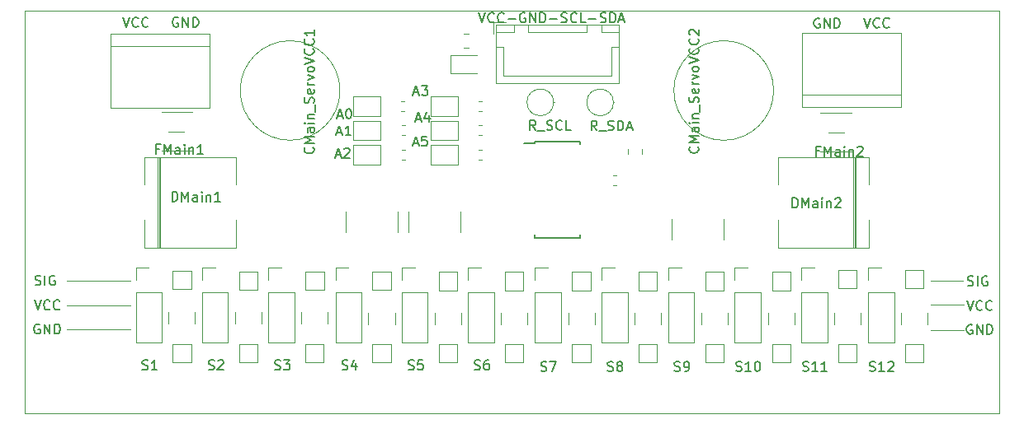
<source format=gbr>
G04 #@! TF.GenerationSoftware,KiCad,Pcbnew,(5.1.2)-2*
G04 #@! TF.CreationDate,2019-10-27T19:51:02+01:00*
G04 #@! TF.ProjectId,Servo_PCB,53657276-6f5f-4504-9342-2e6b69636164,rev?*
G04 #@! TF.SameCoordinates,Original*
G04 #@! TF.FileFunction,Legend,Top*
G04 #@! TF.FilePolarity,Positive*
%FSLAX46Y46*%
G04 Gerber Fmt 4.6, Leading zero omitted, Abs format (unit mm)*
G04 Created by KiCad (PCBNEW (5.1.2)-2) date 2019-10-27 19:51:02*
%MOMM*%
%LPD*%
G04 APERTURE LIST*
%ADD10C,0.150000*%
%ADD11C,0.120000*%
G04 APERTURE END LIST*
D10*
X96560000Y-60002380D02*
X96893333Y-61002380D01*
X97226666Y-60002380D01*
X98131428Y-60907142D02*
X98083809Y-60954761D01*
X97940952Y-61002380D01*
X97845714Y-61002380D01*
X97702857Y-60954761D01*
X97607619Y-60859523D01*
X97560000Y-60764285D01*
X97512380Y-60573809D01*
X97512380Y-60430952D01*
X97560000Y-60240476D01*
X97607619Y-60145238D01*
X97702857Y-60050000D01*
X97845714Y-60002380D01*
X97940952Y-60002380D01*
X98083809Y-60050000D01*
X98131428Y-60097619D01*
X99131428Y-60907142D02*
X99083809Y-60954761D01*
X98940952Y-61002380D01*
X98845714Y-61002380D01*
X98702857Y-60954761D01*
X98607619Y-60859523D01*
X98560000Y-60764285D01*
X98512380Y-60573809D01*
X98512380Y-60430952D01*
X98560000Y-60240476D01*
X98607619Y-60145238D01*
X98702857Y-60050000D01*
X98845714Y-60002380D01*
X98940952Y-60002380D01*
X99083809Y-60050000D01*
X99131428Y-60097619D01*
X99560000Y-60621428D02*
X100321904Y-60621428D01*
X101321904Y-60050000D02*
X101226666Y-60002380D01*
X101083809Y-60002380D01*
X100940952Y-60050000D01*
X100845714Y-60145238D01*
X100798095Y-60240476D01*
X100750476Y-60430952D01*
X100750476Y-60573809D01*
X100798095Y-60764285D01*
X100845714Y-60859523D01*
X100940952Y-60954761D01*
X101083809Y-61002380D01*
X101179047Y-61002380D01*
X101321904Y-60954761D01*
X101369523Y-60907142D01*
X101369523Y-60573809D01*
X101179047Y-60573809D01*
X101798095Y-61002380D02*
X101798095Y-60002380D01*
X102369523Y-61002380D01*
X102369523Y-60002380D01*
X102845714Y-61002380D02*
X102845714Y-60002380D01*
X103083809Y-60002380D01*
X103226666Y-60050000D01*
X103321904Y-60145238D01*
X103369523Y-60240476D01*
X103417142Y-60430952D01*
X103417142Y-60573809D01*
X103369523Y-60764285D01*
X103321904Y-60859523D01*
X103226666Y-60954761D01*
X103083809Y-61002380D01*
X102845714Y-61002380D01*
X103845714Y-60621428D02*
X104607619Y-60621428D01*
X105036190Y-60954761D02*
X105179047Y-61002380D01*
X105417142Y-61002380D01*
X105512380Y-60954761D01*
X105560000Y-60907142D01*
X105607619Y-60811904D01*
X105607619Y-60716666D01*
X105560000Y-60621428D01*
X105512380Y-60573809D01*
X105417142Y-60526190D01*
X105226666Y-60478571D01*
X105131428Y-60430952D01*
X105083809Y-60383333D01*
X105036190Y-60288095D01*
X105036190Y-60192857D01*
X105083809Y-60097619D01*
X105131428Y-60050000D01*
X105226666Y-60002380D01*
X105464761Y-60002380D01*
X105607619Y-60050000D01*
X106607619Y-60907142D02*
X106560000Y-60954761D01*
X106417142Y-61002380D01*
X106321904Y-61002380D01*
X106179047Y-60954761D01*
X106083809Y-60859523D01*
X106036190Y-60764285D01*
X105988571Y-60573809D01*
X105988571Y-60430952D01*
X106036190Y-60240476D01*
X106083809Y-60145238D01*
X106179047Y-60050000D01*
X106321904Y-60002380D01*
X106417142Y-60002380D01*
X106560000Y-60050000D01*
X106607619Y-60097619D01*
X107512380Y-61002380D02*
X107036190Y-61002380D01*
X107036190Y-60002380D01*
X107845714Y-60621428D02*
X108607619Y-60621428D01*
X109036190Y-60954761D02*
X109179047Y-61002380D01*
X109417142Y-61002380D01*
X109512380Y-60954761D01*
X109560000Y-60907142D01*
X109607619Y-60811904D01*
X109607619Y-60716666D01*
X109560000Y-60621428D01*
X109512380Y-60573809D01*
X109417142Y-60526190D01*
X109226666Y-60478571D01*
X109131428Y-60430952D01*
X109083809Y-60383333D01*
X109036190Y-60288095D01*
X109036190Y-60192857D01*
X109083809Y-60097619D01*
X109131428Y-60050000D01*
X109226666Y-60002380D01*
X109464761Y-60002380D01*
X109607619Y-60050000D01*
X110036190Y-61002380D02*
X110036190Y-60002380D01*
X110274285Y-60002380D01*
X110417142Y-60050000D01*
X110512380Y-60145238D01*
X110560000Y-60240476D01*
X110607619Y-60430952D01*
X110607619Y-60573809D01*
X110560000Y-60764285D01*
X110512380Y-60859523D01*
X110417142Y-60954761D01*
X110274285Y-61002380D01*
X110036190Y-61002380D01*
X110988571Y-60716666D02*
X111464761Y-60716666D01*
X110893333Y-61002380D02*
X111226666Y-60002380D01*
X111560000Y-61002380D01*
X65708095Y-60510000D02*
X65612857Y-60462380D01*
X65470000Y-60462380D01*
X65327142Y-60510000D01*
X65231904Y-60605238D01*
X65184285Y-60700476D01*
X65136666Y-60890952D01*
X65136666Y-61033809D01*
X65184285Y-61224285D01*
X65231904Y-61319523D01*
X65327142Y-61414761D01*
X65470000Y-61462380D01*
X65565238Y-61462380D01*
X65708095Y-61414761D01*
X65755714Y-61367142D01*
X65755714Y-61033809D01*
X65565238Y-61033809D01*
X66184285Y-61462380D02*
X66184285Y-60462380D01*
X66755714Y-61462380D01*
X66755714Y-60462380D01*
X67231904Y-61462380D02*
X67231904Y-60462380D01*
X67470000Y-60462380D01*
X67612857Y-60510000D01*
X67708095Y-60605238D01*
X67755714Y-60700476D01*
X67803333Y-60890952D01*
X67803333Y-61033809D01*
X67755714Y-61224285D01*
X67708095Y-61319523D01*
X67612857Y-61414761D01*
X67470000Y-61462380D01*
X67231904Y-61462380D01*
X60046666Y-60492380D02*
X60380000Y-61492380D01*
X60713333Y-60492380D01*
X61618095Y-61397142D02*
X61570476Y-61444761D01*
X61427619Y-61492380D01*
X61332380Y-61492380D01*
X61189523Y-61444761D01*
X61094285Y-61349523D01*
X61046666Y-61254285D01*
X60999047Y-61063809D01*
X60999047Y-60920952D01*
X61046666Y-60730476D01*
X61094285Y-60635238D01*
X61189523Y-60540000D01*
X61332380Y-60492380D01*
X61427619Y-60492380D01*
X61570476Y-60540000D01*
X61618095Y-60587619D01*
X62618095Y-61397142D02*
X62570476Y-61444761D01*
X62427619Y-61492380D01*
X62332380Y-61492380D01*
X62189523Y-61444761D01*
X62094285Y-61349523D01*
X62046666Y-61254285D01*
X61999047Y-61063809D01*
X61999047Y-60920952D01*
X62046666Y-60730476D01*
X62094285Y-60635238D01*
X62189523Y-60540000D01*
X62332380Y-60492380D01*
X62427619Y-60492380D01*
X62570476Y-60540000D01*
X62618095Y-60587619D01*
X136096666Y-60552380D02*
X136430000Y-61552380D01*
X136763333Y-60552380D01*
X137668095Y-61457142D02*
X137620476Y-61504761D01*
X137477619Y-61552380D01*
X137382380Y-61552380D01*
X137239523Y-61504761D01*
X137144285Y-61409523D01*
X137096666Y-61314285D01*
X137049047Y-61123809D01*
X137049047Y-60980952D01*
X137096666Y-60790476D01*
X137144285Y-60695238D01*
X137239523Y-60600000D01*
X137382380Y-60552380D01*
X137477619Y-60552380D01*
X137620476Y-60600000D01*
X137668095Y-60647619D01*
X138668095Y-61457142D02*
X138620476Y-61504761D01*
X138477619Y-61552380D01*
X138382380Y-61552380D01*
X138239523Y-61504761D01*
X138144285Y-61409523D01*
X138096666Y-61314285D01*
X138049047Y-61123809D01*
X138049047Y-60980952D01*
X138096666Y-60790476D01*
X138144285Y-60695238D01*
X138239523Y-60600000D01*
X138382380Y-60552380D01*
X138477619Y-60552380D01*
X138620476Y-60600000D01*
X138668095Y-60647619D01*
X131528095Y-60620000D02*
X131432857Y-60572380D01*
X131290000Y-60572380D01*
X131147142Y-60620000D01*
X131051904Y-60715238D01*
X131004285Y-60810476D01*
X130956666Y-61000952D01*
X130956666Y-61143809D01*
X131004285Y-61334285D01*
X131051904Y-61429523D01*
X131147142Y-61524761D01*
X131290000Y-61572380D01*
X131385238Y-61572380D01*
X131528095Y-61524761D01*
X131575714Y-61477142D01*
X131575714Y-61143809D01*
X131385238Y-61143809D01*
X132004285Y-61572380D02*
X132004285Y-60572380D01*
X132575714Y-61572380D01*
X132575714Y-60572380D01*
X133051904Y-61572380D02*
X133051904Y-60572380D01*
X133290000Y-60572380D01*
X133432857Y-60620000D01*
X133528095Y-60715238D01*
X133575714Y-60810476D01*
X133623333Y-61000952D01*
X133623333Y-61143809D01*
X133575714Y-61334285D01*
X133528095Y-61429523D01*
X133432857Y-61524761D01*
X133290000Y-61572380D01*
X133051904Y-61572380D01*
D11*
X146310000Y-92650000D02*
X142960000Y-92650000D01*
X146330000Y-90060000D02*
X142980000Y-90060000D01*
X146260000Y-87550000D02*
X142910000Y-87550000D01*
D10*
X146646666Y-89612380D02*
X146980000Y-90612380D01*
X147313333Y-89612380D01*
X148218095Y-90517142D02*
X148170476Y-90564761D01*
X148027619Y-90612380D01*
X147932380Y-90612380D01*
X147789523Y-90564761D01*
X147694285Y-90469523D01*
X147646666Y-90374285D01*
X147599047Y-90183809D01*
X147599047Y-90040952D01*
X147646666Y-89850476D01*
X147694285Y-89755238D01*
X147789523Y-89660000D01*
X147932380Y-89612380D01*
X148027619Y-89612380D01*
X148170476Y-89660000D01*
X148218095Y-89707619D01*
X149218095Y-90517142D02*
X149170476Y-90564761D01*
X149027619Y-90612380D01*
X148932380Y-90612380D01*
X148789523Y-90564761D01*
X148694285Y-90469523D01*
X148646666Y-90374285D01*
X148599047Y-90183809D01*
X148599047Y-90040952D01*
X148646666Y-89850476D01*
X148694285Y-89755238D01*
X148789523Y-89660000D01*
X148932380Y-89612380D01*
X149027619Y-89612380D01*
X149170476Y-89660000D01*
X149218095Y-89707619D01*
X147188095Y-92120000D02*
X147092857Y-92072380D01*
X146950000Y-92072380D01*
X146807142Y-92120000D01*
X146711904Y-92215238D01*
X146664285Y-92310476D01*
X146616666Y-92500952D01*
X146616666Y-92643809D01*
X146664285Y-92834285D01*
X146711904Y-92929523D01*
X146807142Y-93024761D01*
X146950000Y-93072380D01*
X147045238Y-93072380D01*
X147188095Y-93024761D01*
X147235714Y-92977142D01*
X147235714Y-92643809D01*
X147045238Y-92643809D01*
X147664285Y-93072380D02*
X147664285Y-92072380D01*
X148235714Y-93072380D01*
X148235714Y-92072380D01*
X148711904Y-93072380D02*
X148711904Y-92072380D01*
X148950000Y-92072380D01*
X149092857Y-92120000D01*
X149188095Y-92215238D01*
X149235714Y-92310476D01*
X149283333Y-92500952D01*
X149283333Y-92643809D01*
X149235714Y-92834285D01*
X149188095Y-92929523D01*
X149092857Y-93024761D01*
X148950000Y-93072380D01*
X148711904Y-93072380D01*
X146726190Y-88034761D02*
X146869047Y-88082380D01*
X147107142Y-88082380D01*
X147202380Y-88034761D01*
X147250000Y-87987142D01*
X147297619Y-87891904D01*
X147297619Y-87796666D01*
X147250000Y-87701428D01*
X147202380Y-87653809D01*
X147107142Y-87606190D01*
X146916666Y-87558571D01*
X146821428Y-87510952D01*
X146773809Y-87463333D01*
X146726190Y-87368095D01*
X146726190Y-87272857D01*
X146773809Y-87177619D01*
X146821428Y-87130000D01*
X146916666Y-87082380D01*
X147154761Y-87082380D01*
X147297619Y-87130000D01*
X147726190Y-88082380D02*
X147726190Y-87082380D01*
X148726190Y-87130000D02*
X148630952Y-87082380D01*
X148488095Y-87082380D01*
X148345238Y-87130000D01*
X148250000Y-87225238D01*
X148202380Y-87320476D01*
X148154761Y-87510952D01*
X148154761Y-87653809D01*
X148202380Y-87844285D01*
X148250000Y-87939523D01*
X148345238Y-88034761D01*
X148488095Y-88082380D01*
X148583333Y-88082380D01*
X148726190Y-88034761D01*
X148773809Y-87987142D01*
X148773809Y-87653809D01*
X148583333Y-87653809D01*
X51046190Y-87974761D02*
X51189047Y-88022380D01*
X51427142Y-88022380D01*
X51522380Y-87974761D01*
X51570000Y-87927142D01*
X51617619Y-87831904D01*
X51617619Y-87736666D01*
X51570000Y-87641428D01*
X51522380Y-87593809D01*
X51427142Y-87546190D01*
X51236666Y-87498571D01*
X51141428Y-87450952D01*
X51093809Y-87403333D01*
X51046190Y-87308095D01*
X51046190Y-87212857D01*
X51093809Y-87117619D01*
X51141428Y-87070000D01*
X51236666Y-87022380D01*
X51474761Y-87022380D01*
X51617619Y-87070000D01*
X52046190Y-88022380D02*
X52046190Y-87022380D01*
X53046190Y-87070000D02*
X52950952Y-87022380D01*
X52808095Y-87022380D01*
X52665238Y-87070000D01*
X52570000Y-87165238D01*
X52522380Y-87260476D01*
X52474761Y-87450952D01*
X52474761Y-87593809D01*
X52522380Y-87784285D01*
X52570000Y-87879523D01*
X52665238Y-87974761D01*
X52808095Y-88022380D01*
X52903333Y-88022380D01*
X53046190Y-87974761D01*
X53093809Y-87927142D01*
X53093809Y-87593809D01*
X52903333Y-87593809D01*
X51508095Y-92060000D02*
X51412857Y-92012380D01*
X51270000Y-92012380D01*
X51127142Y-92060000D01*
X51031904Y-92155238D01*
X50984285Y-92250476D01*
X50936666Y-92440952D01*
X50936666Y-92583809D01*
X50984285Y-92774285D01*
X51031904Y-92869523D01*
X51127142Y-92964761D01*
X51270000Y-93012380D01*
X51365238Y-93012380D01*
X51508095Y-92964761D01*
X51555714Y-92917142D01*
X51555714Y-92583809D01*
X51365238Y-92583809D01*
X51984285Y-93012380D02*
X51984285Y-92012380D01*
X52555714Y-93012380D01*
X52555714Y-92012380D01*
X53031904Y-93012380D02*
X53031904Y-92012380D01*
X53270000Y-92012380D01*
X53412857Y-92060000D01*
X53508095Y-92155238D01*
X53555714Y-92250476D01*
X53603333Y-92440952D01*
X53603333Y-92583809D01*
X53555714Y-92774285D01*
X53508095Y-92869523D01*
X53412857Y-92964761D01*
X53270000Y-93012380D01*
X53031904Y-93012380D01*
X50966666Y-89552380D02*
X51300000Y-90552380D01*
X51633333Y-89552380D01*
X52538095Y-90457142D02*
X52490476Y-90504761D01*
X52347619Y-90552380D01*
X52252380Y-90552380D01*
X52109523Y-90504761D01*
X52014285Y-90409523D01*
X51966666Y-90314285D01*
X51919047Y-90123809D01*
X51919047Y-89980952D01*
X51966666Y-89790476D01*
X52014285Y-89695238D01*
X52109523Y-89600000D01*
X52252380Y-89552380D01*
X52347619Y-89552380D01*
X52490476Y-89600000D01*
X52538095Y-89647619D01*
X53538095Y-90457142D02*
X53490476Y-90504761D01*
X53347619Y-90552380D01*
X53252380Y-90552380D01*
X53109523Y-90504761D01*
X53014285Y-90409523D01*
X52966666Y-90314285D01*
X52919047Y-90123809D01*
X52919047Y-89980952D01*
X52966666Y-89790476D01*
X53014285Y-89695238D01*
X53109523Y-89600000D01*
X53252380Y-89552380D01*
X53347619Y-89552380D01*
X53490476Y-89600000D01*
X53538095Y-89647619D01*
D11*
X60800000Y-87570000D02*
X54310000Y-87570000D01*
X60800000Y-90090000D02*
X54310000Y-90090000D01*
X60780000Y-92560000D02*
X54290000Y-92560000D01*
X50000000Y-101200000D02*
X50000000Y-59800000D01*
X150000000Y-59800000D02*
X150000000Y-101200000D01*
X50000000Y-59800000D02*
X150000000Y-59800000D01*
X150000000Y-101200000D02*
X50000000Y-101200000D01*
X140300000Y-88350000D02*
X140300000Y-86450000D01*
X142200000Y-88350000D02*
X140300000Y-88350000D01*
X142200000Y-86450000D02*
X142200000Y-88350000D01*
X140300000Y-86450000D02*
X142200000Y-86450000D01*
X140300000Y-95950000D02*
X140300000Y-94050000D01*
X142200000Y-95950000D02*
X140300000Y-95950000D01*
X142200000Y-94050000D02*
X142200000Y-95950000D01*
X140300000Y-94050000D02*
X142200000Y-94050000D01*
X133450000Y-88350000D02*
X133450000Y-86450000D01*
X135350000Y-88350000D02*
X133450000Y-88350000D01*
X135350000Y-86450000D02*
X135350000Y-88350000D01*
X133450000Y-86450000D02*
X135350000Y-86450000D01*
X133450000Y-95950000D02*
X133450000Y-94050000D01*
X135350000Y-95950000D02*
X133450000Y-95950000D01*
X135350000Y-94050000D02*
X135350000Y-95950000D01*
X133450000Y-94050000D02*
X135350000Y-94050000D01*
X126650000Y-88550000D02*
X126650000Y-86650000D01*
X128550000Y-88550000D02*
X126650000Y-88550000D01*
X128550000Y-86650000D02*
X128550000Y-88550000D01*
X126650000Y-86650000D02*
X128550000Y-86650000D01*
X126650000Y-95950000D02*
X126650000Y-94050000D01*
X128550000Y-95950000D02*
X126650000Y-95950000D01*
X128550000Y-94050000D02*
X128550000Y-95950000D01*
X126650000Y-94050000D02*
X128550000Y-94050000D01*
X119800000Y-88550000D02*
X119800000Y-86650000D01*
X121700000Y-88550000D02*
X119800000Y-88550000D01*
X121700000Y-86650000D02*
X121700000Y-88550000D01*
X119800000Y-86650000D02*
X121700000Y-86650000D01*
X119800000Y-95950000D02*
X119800000Y-94050000D01*
X121700000Y-95950000D02*
X119800000Y-95950000D01*
X121700000Y-94050000D02*
X121700000Y-95950000D01*
X119800000Y-94050000D02*
X121700000Y-94050000D01*
X112950000Y-88550000D02*
X112950000Y-86650000D01*
X114850000Y-88550000D02*
X112950000Y-88550000D01*
X114850000Y-86650000D02*
X114850000Y-88550000D01*
X112950000Y-86650000D02*
X114850000Y-86650000D01*
X112950000Y-95950000D02*
X112950000Y-94050000D01*
X114850000Y-95950000D02*
X112950000Y-95950000D01*
X114850000Y-94050000D02*
X114850000Y-95950000D01*
X112950000Y-94050000D02*
X114850000Y-94050000D01*
X106150000Y-88550000D02*
X106150000Y-86650000D01*
X108050000Y-88550000D02*
X106150000Y-88550000D01*
X108050000Y-86650000D02*
X108050000Y-88550000D01*
X106150000Y-86650000D02*
X108050000Y-86650000D01*
X106150000Y-95950000D02*
X106150000Y-94050000D01*
X108050000Y-95950000D02*
X106150000Y-95950000D01*
X108050000Y-94050000D02*
X108050000Y-95950000D01*
X106150000Y-94050000D02*
X108050000Y-94050000D01*
X99250000Y-88550000D02*
X99250000Y-86650000D01*
X101150000Y-88550000D02*
X99250000Y-88550000D01*
X101150000Y-86650000D02*
X101150000Y-88550000D01*
X99250000Y-86650000D02*
X101150000Y-86650000D01*
X99250000Y-95950000D02*
X99250000Y-94050000D01*
X101150000Y-95950000D02*
X99250000Y-95950000D01*
X101150000Y-94050000D02*
X101150000Y-95950000D01*
X99250000Y-94050000D02*
X101150000Y-94050000D01*
X92450000Y-88550000D02*
X92450000Y-86650000D01*
X94350000Y-88550000D02*
X92450000Y-88550000D01*
X94350000Y-86650000D02*
X94350000Y-88550000D01*
X92450000Y-86650000D02*
X94350000Y-86650000D01*
X85650000Y-95950000D02*
X85650000Y-94050000D01*
X87550000Y-95950000D02*
X85650000Y-95950000D01*
X87550000Y-94050000D02*
X87550000Y-95950000D01*
X85650000Y-94050000D02*
X87550000Y-94050000D01*
X85650000Y-88500000D02*
X85650000Y-86600000D01*
X87550000Y-88500000D02*
X85650000Y-88500000D01*
X87550000Y-86600000D02*
X87550000Y-88500000D01*
X85650000Y-86600000D02*
X87550000Y-86600000D01*
X92450000Y-95950000D02*
X92450000Y-94050000D01*
X94350000Y-95950000D02*
X92450000Y-95950000D01*
X94350000Y-94050000D02*
X94350000Y-95950000D01*
X92450000Y-94050000D02*
X94350000Y-94050000D01*
X78800000Y-88500000D02*
X78800000Y-86600000D01*
X80700000Y-88500000D02*
X78800000Y-88500000D01*
X80700000Y-86600000D02*
X80700000Y-88500000D01*
X78800000Y-86600000D02*
X80700000Y-86600000D01*
X78750000Y-95950000D02*
X78750000Y-94050000D01*
X80650000Y-95950000D02*
X78750000Y-95950000D01*
X80650000Y-94050000D02*
X80650000Y-95950000D01*
X78750000Y-94050000D02*
X80650000Y-94050000D01*
X71950000Y-88500000D02*
X71950000Y-86600000D01*
X73850000Y-88500000D02*
X71950000Y-88500000D01*
X73850000Y-86600000D02*
X73850000Y-88500000D01*
X71950000Y-86600000D02*
X73850000Y-86600000D01*
X71950000Y-95950000D02*
X71950000Y-94050000D01*
X73850000Y-95950000D02*
X71950000Y-95950000D01*
X73850000Y-94050000D02*
X73850000Y-95950000D01*
X71950000Y-94050000D02*
X73850000Y-94050000D01*
X65150000Y-88450000D02*
X65150000Y-86550000D01*
X67050000Y-88450000D02*
X65150000Y-88450000D01*
X67050000Y-86550000D02*
X67050000Y-88450000D01*
X65150000Y-86550000D02*
X67050000Y-86550000D01*
X65150000Y-95950000D02*
X65150000Y-94050000D01*
X67050000Y-95950000D02*
X65150000Y-95950000D01*
X67050000Y-94050000D02*
X67050000Y-95950000D01*
X65150000Y-94050000D02*
X67050000Y-94050000D01*
X136520000Y-86170000D02*
X137850000Y-86170000D01*
X136520000Y-87500000D02*
X136520000Y-86170000D01*
X136520000Y-88770000D02*
X139180000Y-88770000D01*
X139180000Y-88770000D02*
X139180000Y-93910000D01*
X136520000Y-88770000D02*
X136520000Y-93910000D01*
X136520000Y-93910000D02*
X139180000Y-93910000D01*
X129670000Y-86170000D02*
X131000000Y-86170000D01*
X129670000Y-87500000D02*
X129670000Y-86170000D01*
X129670000Y-88770000D02*
X132330000Y-88770000D01*
X132330000Y-88770000D02*
X132330000Y-93910000D01*
X129670000Y-88770000D02*
X129670000Y-93910000D01*
X129670000Y-93910000D02*
X132330000Y-93910000D01*
X122820000Y-86170000D02*
X124150000Y-86170000D01*
X122820000Y-87500000D02*
X122820000Y-86170000D01*
X122820000Y-88770000D02*
X125480000Y-88770000D01*
X125480000Y-88770000D02*
X125480000Y-93910000D01*
X122820000Y-88770000D02*
X122820000Y-93910000D01*
X122820000Y-93910000D02*
X125480000Y-93910000D01*
X116020000Y-86170000D02*
X117350000Y-86170000D01*
X116020000Y-87500000D02*
X116020000Y-86170000D01*
X116020000Y-88770000D02*
X118680000Y-88770000D01*
X118680000Y-88770000D02*
X118680000Y-93910000D01*
X116020000Y-88770000D02*
X116020000Y-93910000D01*
X116020000Y-93910000D02*
X118680000Y-93910000D01*
X109170000Y-86170000D02*
X110500000Y-86170000D01*
X109170000Y-87500000D02*
X109170000Y-86170000D01*
X109170000Y-88770000D02*
X111830000Y-88770000D01*
X111830000Y-88770000D02*
X111830000Y-93910000D01*
X109170000Y-88770000D02*
X109170000Y-93910000D01*
X109170000Y-93910000D02*
X111830000Y-93910000D01*
X102320000Y-86170000D02*
X103650000Y-86170000D01*
X102320000Y-87500000D02*
X102320000Y-86170000D01*
X102320000Y-88770000D02*
X104980000Y-88770000D01*
X104980000Y-88770000D02*
X104980000Y-93910000D01*
X102320000Y-88770000D02*
X102320000Y-93910000D01*
X102320000Y-93910000D02*
X104980000Y-93910000D01*
X95470000Y-86170000D02*
X96800000Y-86170000D01*
X95470000Y-87500000D02*
X95470000Y-86170000D01*
X95470000Y-88770000D02*
X98130000Y-88770000D01*
X98130000Y-88770000D02*
X98130000Y-93910000D01*
X95470000Y-88770000D02*
X95470000Y-93910000D01*
X95470000Y-93910000D02*
X98130000Y-93910000D01*
X88670000Y-86170000D02*
X90000000Y-86170000D01*
X88670000Y-87500000D02*
X88670000Y-86170000D01*
X88670000Y-88770000D02*
X91330000Y-88770000D01*
X91330000Y-88770000D02*
X91330000Y-93910000D01*
X88670000Y-88770000D02*
X88670000Y-93910000D01*
X88670000Y-93910000D02*
X91330000Y-93910000D01*
X81870000Y-86170000D02*
X83200000Y-86170000D01*
X81870000Y-87500000D02*
X81870000Y-86170000D01*
X81870000Y-88770000D02*
X84530000Y-88770000D01*
X84530000Y-88770000D02*
X84530000Y-93910000D01*
X81870000Y-88770000D02*
X81870000Y-93910000D01*
X81870000Y-93910000D02*
X84530000Y-93910000D01*
X74970000Y-86170000D02*
X76300000Y-86170000D01*
X74970000Y-87500000D02*
X74970000Y-86170000D01*
X74970000Y-88770000D02*
X77630000Y-88770000D01*
X77630000Y-88770000D02*
X77630000Y-93910000D01*
X74970000Y-88770000D02*
X74970000Y-93910000D01*
X74970000Y-93910000D02*
X77630000Y-93910000D01*
X68170000Y-86170000D02*
X69500000Y-86170000D01*
X68170000Y-87500000D02*
X68170000Y-86170000D01*
X68170000Y-88770000D02*
X70830000Y-88770000D01*
X70830000Y-88770000D02*
X70830000Y-93910000D01*
X68170000Y-88770000D02*
X68170000Y-93910000D01*
X68170000Y-93910000D02*
X70830000Y-93910000D01*
X61370000Y-86170000D02*
X62700000Y-86170000D01*
X61370000Y-87500000D02*
X61370000Y-86170000D01*
X61370000Y-88770000D02*
X64030000Y-88770000D01*
X64030000Y-88770000D02*
X64030000Y-93910000D01*
X61370000Y-88770000D02*
X61370000Y-93910000D01*
X61370000Y-93910000D02*
X64030000Y-93910000D01*
X142610000Y-92052064D02*
X142610000Y-90847936D01*
X139890000Y-92052064D02*
X139890000Y-90847936D01*
X135760000Y-92052064D02*
X135760000Y-90847936D01*
X133040000Y-92052064D02*
X133040000Y-90847936D01*
X128960000Y-92052064D02*
X128960000Y-90847936D01*
X126240000Y-92052064D02*
X126240000Y-90847936D01*
X122110000Y-92052064D02*
X122110000Y-90847936D01*
X119390000Y-92052064D02*
X119390000Y-90847936D01*
X115260000Y-92052064D02*
X115260000Y-90847936D01*
X112540000Y-92052064D02*
X112540000Y-90847936D01*
X108460000Y-92052064D02*
X108460000Y-90847936D01*
X105740000Y-92052064D02*
X105740000Y-90847936D01*
X101560000Y-92052064D02*
X101560000Y-90847936D01*
X98840000Y-92052064D02*
X98840000Y-90847936D01*
X94760000Y-92052064D02*
X94760000Y-90847936D01*
X92040000Y-92052064D02*
X92040000Y-90847936D01*
X87960000Y-92052064D02*
X87960000Y-90847936D01*
X85240000Y-92052064D02*
X85240000Y-90847936D01*
X81060000Y-92002064D02*
X81060000Y-90797936D01*
X78340000Y-92002064D02*
X78340000Y-90797936D01*
X74260000Y-92002064D02*
X74260000Y-90797936D01*
X71540000Y-92002064D02*
X71540000Y-90797936D01*
X67460000Y-92002064D02*
X67460000Y-90797936D01*
X64740000Y-92002064D02*
X64740000Y-90797936D01*
X113310000Y-74013748D02*
X113310000Y-74536252D01*
X111890000Y-74013748D02*
X111890000Y-74536252D01*
X82320000Y-68000000D02*
G75*
G03X82320000Y-68000000I-5120000J0D01*
G01*
X126820000Y-68000000D02*
G75*
G03X126820000Y-68000000I-5120000J0D01*
G01*
X63645000Y-74830000D02*
X63645000Y-84170000D01*
X63885000Y-74830000D02*
X63885000Y-84170000D01*
X63765000Y-74830000D02*
X63765000Y-84170000D01*
X71620000Y-84170000D02*
X71620000Y-81340000D01*
X62280000Y-84170000D02*
X71620000Y-84170000D01*
X62280000Y-81340000D02*
X62280000Y-84170000D01*
X71620000Y-74830000D02*
X71620000Y-77660000D01*
X62280000Y-74830000D02*
X71620000Y-74830000D01*
X62280000Y-77660000D02*
X62280000Y-74830000D01*
X136620000Y-81340000D02*
X136620000Y-84170000D01*
X136620000Y-84170000D02*
X127280000Y-84170000D01*
X127280000Y-84170000D02*
X127280000Y-81340000D01*
X136620000Y-77660000D02*
X136620000Y-74830000D01*
X136620000Y-74830000D02*
X127280000Y-74830000D01*
X127280000Y-74830000D02*
X127280000Y-77660000D01*
X135135000Y-84170000D02*
X135135000Y-74830000D01*
X135015000Y-84170000D02*
X135015000Y-74830000D01*
X135255000Y-84170000D02*
X135255000Y-74830000D01*
X67200000Y-74200000D02*
X64000000Y-74200000D01*
X64000000Y-70200000D02*
X67200000Y-70200000D01*
X66350000Y-72200000D02*
X64750000Y-72200000D01*
X132450000Y-72300000D02*
X134050000Y-72300000D01*
X134800000Y-74300000D02*
X131600000Y-74300000D01*
X131600000Y-70300000D02*
X134800000Y-70300000D01*
X58780000Y-63460000D02*
X68940000Y-63460000D01*
X58780000Y-62190000D02*
X58780000Y-69810000D01*
X58780000Y-69810000D02*
X68940000Y-69810000D01*
X68940000Y-69810000D02*
X68940000Y-62190000D01*
X68940000Y-62190000D02*
X58780000Y-62190000D01*
X129760000Y-69710000D02*
X139920000Y-69710000D01*
X129760000Y-62090000D02*
X129760000Y-69710000D01*
X139920000Y-62090000D02*
X129760000Y-62090000D01*
X139920000Y-69710000D02*
X139920000Y-62090000D01*
X139920000Y-68440000D02*
X129760000Y-68440000D01*
X98340000Y-61240000D02*
X98340000Y-67210000D01*
X98340000Y-67210000D02*
X110960000Y-67210000D01*
X110960000Y-67210000D02*
X110960000Y-61240000D01*
X110960000Y-61240000D02*
X98340000Y-61240000D01*
X101650000Y-61250000D02*
X101650000Y-62000000D01*
X101650000Y-62000000D02*
X107650000Y-62000000D01*
X107650000Y-62000000D02*
X107650000Y-61250000D01*
X107650000Y-61250000D02*
X101650000Y-61250000D01*
X98350000Y-61250000D02*
X98350000Y-62000000D01*
X98350000Y-62000000D02*
X100150000Y-62000000D01*
X100150000Y-62000000D02*
X100150000Y-61250000D01*
X100150000Y-61250000D02*
X98350000Y-61250000D01*
X109150000Y-61250000D02*
X109150000Y-62000000D01*
X109150000Y-62000000D02*
X110950000Y-62000000D01*
X110950000Y-62000000D02*
X110950000Y-61250000D01*
X110950000Y-61250000D02*
X109150000Y-61250000D01*
X98350000Y-63500000D02*
X99100000Y-63500000D01*
X99100000Y-63500000D02*
X99100000Y-66450000D01*
X99100000Y-66450000D02*
X104650000Y-66450000D01*
X110950000Y-63500000D02*
X110200000Y-63500000D01*
X110200000Y-63500000D02*
X110200000Y-66450000D01*
X110200000Y-66450000D02*
X104650000Y-66450000D01*
X99300000Y-60950000D02*
X98050000Y-60950000D01*
X98050000Y-60950000D02*
X98050000Y-62200000D01*
X83700000Y-68600000D02*
X86500000Y-68600000D01*
X86500000Y-68600000D02*
X86500000Y-70600000D01*
X86500000Y-70600000D02*
X83700000Y-70600000D01*
X83700000Y-70600000D02*
X83700000Y-68600000D01*
X83700000Y-73100000D02*
X83700000Y-71100000D01*
X86500000Y-73100000D02*
X83700000Y-73100000D01*
X86500000Y-71100000D02*
X86500000Y-73100000D01*
X83700000Y-71100000D02*
X86500000Y-71100000D01*
X83700000Y-75600000D02*
X83700000Y-73600000D01*
X86500000Y-75600000D02*
X83700000Y-75600000D01*
X86500000Y-73600000D02*
X86500000Y-75600000D01*
X83700000Y-73600000D02*
X86500000Y-73600000D01*
X91600000Y-68600000D02*
X94400000Y-68600000D01*
X94400000Y-68600000D02*
X94400000Y-70600000D01*
X94400000Y-70600000D02*
X91600000Y-70600000D01*
X91600000Y-70600000D02*
X91600000Y-68600000D01*
X91600000Y-71100000D02*
X94400000Y-71100000D01*
X94400000Y-71100000D02*
X94400000Y-73100000D01*
X94400000Y-73100000D02*
X91600000Y-73100000D01*
X91600000Y-73100000D02*
X91600000Y-71100000D01*
X91600000Y-75600000D02*
X91600000Y-73600000D01*
X94400000Y-75600000D02*
X91600000Y-75600000D01*
X94400000Y-73600000D02*
X94400000Y-75600000D01*
X91600000Y-73600000D02*
X94400000Y-73600000D01*
D10*
X102275000Y-73225000D02*
X102275000Y-73450000D01*
X106925000Y-73225000D02*
X106925000Y-73550000D01*
X106925000Y-83175000D02*
X106925000Y-82850000D01*
X102275000Y-83175000D02*
X102275000Y-82850000D01*
X102275000Y-73225000D02*
X106925000Y-73225000D01*
X102275000Y-83175000D02*
X106925000Y-83175000D01*
X102275000Y-73450000D02*
X101200000Y-73450000D01*
D11*
X96337500Y-64340000D02*
X93652500Y-64340000D01*
X93652500Y-64340000D02*
X93652500Y-66260000D01*
X93652500Y-66260000D02*
X96337500Y-66260000D01*
X110303733Y-76740000D02*
X110646267Y-76740000D01*
X110303733Y-77760000D02*
X110646267Y-77760000D01*
X88578733Y-70110000D02*
X88921267Y-70110000D01*
X88578733Y-69090000D02*
X88921267Y-69090000D01*
X88653733Y-71590000D02*
X88996267Y-71590000D01*
X88653733Y-72610000D02*
X88996267Y-72610000D01*
X88678733Y-75110000D02*
X89021267Y-75110000D01*
X88678733Y-74090000D02*
X89021267Y-74090000D01*
X96553733Y-69090000D02*
X96896267Y-69090000D01*
X96553733Y-70110000D02*
X96896267Y-70110000D01*
X96553733Y-71590000D02*
X96896267Y-71590000D01*
X96553733Y-72610000D02*
X96896267Y-72610000D01*
X96553733Y-75110000D02*
X96896267Y-75110000D01*
X96553733Y-74090000D02*
X96896267Y-74090000D01*
X95003922Y-62190000D02*
X95521078Y-62190000D01*
X95003922Y-63610000D02*
X95521078Y-63610000D01*
X104245001Y-69225001D02*
X104315001Y-69225001D01*
X104245001Y-69225001D02*
G75*
G03X104245001Y-69225001I-1370000J0D01*
G01*
X110385001Y-69225001D02*
G75*
G03X110385001Y-69225001I-1370000J0D01*
G01*
X110385001Y-69225001D02*
X110455001Y-69225001D01*
X89330000Y-82550000D02*
X89330000Y-80450000D01*
X94670000Y-82550000D02*
X94670000Y-80450000D01*
X82930000Y-82550000D02*
X82930000Y-80450000D01*
X88270000Y-82550000D02*
X88270000Y-80450000D01*
X121670000Y-83350000D02*
X121670000Y-81250000D01*
X116330000Y-83350000D02*
X116330000Y-81250000D01*
D10*
X136661904Y-96824761D02*
X136804761Y-96872380D01*
X137042857Y-96872380D01*
X137138095Y-96824761D01*
X137185714Y-96777142D01*
X137233333Y-96681904D01*
X137233333Y-96586666D01*
X137185714Y-96491428D01*
X137138095Y-96443809D01*
X137042857Y-96396190D01*
X136852380Y-96348571D01*
X136757142Y-96300952D01*
X136709523Y-96253333D01*
X136661904Y-96158095D01*
X136661904Y-96062857D01*
X136709523Y-95967619D01*
X136757142Y-95920000D01*
X136852380Y-95872380D01*
X137090476Y-95872380D01*
X137233333Y-95920000D01*
X138185714Y-96872380D02*
X137614285Y-96872380D01*
X137900000Y-96872380D02*
X137900000Y-95872380D01*
X137804761Y-96015238D01*
X137709523Y-96110476D01*
X137614285Y-96158095D01*
X138566666Y-95967619D02*
X138614285Y-95920000D01*
X138709523Y-95872380D01*
X138947619Y-95872380D01*
X139042857Y-95920000D01*
X139090476Y-95967619D01*
X139138095Y-96062857D01*
X139138095Y-96158095D01*
X139090476Y-96300952D01*
X138519047Y-96872380D01*
X139138095Y-96872380D01*
X129811904Y-96824761D02*
X129954761Y-96872380D01*
X130192857Y-96872380D01*
X130288095Y-96824761D01*
X130335714Y-96777142D01*
X130383333Y-96681904D01*
X130383333Y-96586666D01*
X130335714Y-96491428D01*
X130288095Y-96443809D01*
X130192857Y-96396190D01*
X130002380Y-96348571D01*
X129907142Y-96300952D01*
X129859523Y-96253333D01*
X129811904Y-96158095D01*
X129811904Y-96062857D01*
X129859523Y-95967619D01*
X129907142Y-95920000D01*
X130002380Y-95872380D01*
X130240476Y-95872380D01*
X130383333Y-95920000D01*
X131335714Y-96872380D02*
X130764285Y-96872380D01*
X131050000Y-96872380D02*
X131050000Y-95872380D01*
X130954761Y-96015238D01*
X130859523Y-96110476D01*
X130764285Y-96158095D01*
X132288095Y-96872380D02*
X131716666Y-96872380D01*
X132002380Y-96872380D02*
X132002380Y-95872380D01*
X131907142Y-96015238D01*
X131811904Y-96110476D01*
X131716666Y-96158095D01*
X122961904Y-96824761D02*
X123104761Y-96872380D01*
X123342857Y-96872380D01*
X123438095Y-96824761D01*
X123485714Y-96777142D01*
X123533333Y-96681904D01*
X123533333Y-96586666D01*
X123485714Y-96491428D01*
X123438095Y-96443809D01*
X123342857Y-96396190D01*
X123152380Y-96348571D01*
X123057142Y-96300952D01*
X123009523Y-96253333D01*
X122961904Y-96158095D01*
X122961904Y-96062857D01*
X123009523Y-95967619D01*
X123057142Y-95920000D01*
X123152380Y-95872380D01*
X123390476Y-95872380D01*
X123533333Y-95920000D01*
X124485714Y-96872380D02*
X123914285Y-96872380D01*
X124200000Y-96872380D02*
X124200000Y-95872380D01*
X124104761Y-96015238D01*
X124009523Y-96110476D01*
X123914285Y-96158095D01*
X125104761Y-95872380D02*
X125200000Y-95872380D01*
X125295238Y-95920000D01*
X125342857Y-95967619D01*
X125390476Y-96062857D01*
X125438095Y-96253333D01*
X125438095Y-96491428D01*
X125390476Y-96681904D01*
X125342857Y-96777142D01*
X125295238Y-96824761D01*
X125200000Y-96872380D01*
X125104761Y-96872380D01*
X125009523Y-96824761D01*
X124961904Y-96777142D01*
X124914285Y-96681904D01*
X124866666Y-96491428D01*
X124866666Y-96253333D01*
X124914285Y-96062857D01*
X124961904Y-95967619D01*
X125009523Y-95920000D01*
X125104761Y-95872380D01*
X116638095Y-96824761D02*
X116780952Y-96872380D01*
X117019047Y-96872380D01*
X117114285Y-96824761D01*
X117161904Y-96777142D01*
X117209523Y-96681904D01*
X117209523Y-96586666D01*
X117161904Y-96491428D01*
X117114285Y-96443809D01*
X117019047Y-96396190D01*
X116828571Y-96348571D01*
X116733333Y-96300952D01*
X116685714Y-96253333D01*
X116638095Y-96158095D01*
X116638095Y-96062857D01*
X116685714Y-95967619D01*
X116733333Y-95920000D01*
X116828571Y-95872380D01*
X117066666Y-95872380D01*
X117209523Y-95920000D01*
X117685714Y-96872380D02*
X117876190Y-96872380D01*
X117971428Y-96824761D01*
X118019047Y-96777142D01*
X118114285Y-96634285D01*
X118161904Y-96443809D01*
X118161904Y-96062857D01*
X118114285Y-95967619D01*
X118066666Y-95920000D01*
X117971428Y-95872380D01*
X117780952Y-95872380D01*
X117685714Y-95920000D01*
X117638095Y-95967619D01*
X117590476Y-96062857D01*
X117590476Y-96300952D01*
X117638095Y-96396190D01*
X117685714Y-96443809D01*
X117780952Y-96491428D01*
X117971428Y-96491428D01*
X118066666Y-96443809D01*
X118114285Y-96396190D01*
X118161904Y-96300952D01*
X109788095Y-96824761D02*
X109930952Y-96872380D01*
X110169047Y-96872380D01*
X110264285Y-96824761D01*
X110311904Y-96777142D01*
X110359523Y-96681904D01*
X110359523Y-96586666D01*
X110311904Y-96491428D01*
X110264285Y-96443809D01*
X110169047Y-96396190D01*
X109978571Y-96348571D01*
X109883333Y-96300952D01*
X109835714Y-96253333D01*
X109788095Y-96158095D01*
X109788095Y-96062857D01*
X109835714Y-95967619D01*
X109883333Y-95920000D01*
X109978571Y-95872380D01*
X110216666Y-95872380D01*
X110359523Y-95920000D01*
X110930952Y-96300952D02*
X110835714Y-96253333D01*
X110788095Y-96205714D01*
X110740476Y-96110476D01*
X110740476Y-96062857D01*
X110788095Y-95967619D01*
X110835714Y-95920000D01*
X110930952Y-95872380D01*
X111121428Y-95872380D01*
X111216666Y-95920000D01*
X111264285Y-95967619D01*
X111311904Y-96062857D01*
X111311904Y-96110476D01*
X111264285Y-96205714D01*
X111216666Y-96253333D01*
X111121428Y-96300952D01*
X110930952Y-96300952D01*
X110835714Y-96348571D01*
X110788095Y-96396190D01*
X110740476Y-96491428D01*
X110740476Y-96681904D01*
X110788095Y-96777142D01*
X110835714Y-96824761D01*
X110930952Y-96872380D01*
X111121428Y-96872380D01*
X111216666Y-96824761D01*
X111264285Y-96777142D01*
X111311904Y-96681904D01*
X111311904Y-96491428D01*
X111264285Y-96396190D01*
X111216666Y-96348571D01*
X111121428Y-96300952D01*
X102938095Y-96824761D02*
X103080952Y-96872380D01*
X103319047Y-96872380D01*
X103414285Y-96824761D01*
X103461904Y-96777142D01*
X103509523Y-96681904D01*
X103509523Y-96586666D01*
X103461904Y-96491428D01*
X103414285Y-96443809D01*
X103319047Y-96396190D01*
X103128571Y-96348571D01*
X103033333Y-96300952D01*
X102985714Y-96253333D01*
X102938095Y-96158095D01*
X102938095Y-96062857D01*
X102985714Y-95967619D01*
X103033333Y-95920000D01*
X103128571Y-95872380D01*
X103366666Y-95872380D01*
X103509523Y-95920000D01*
X103842857Y-95872380D02*
X104509523Y-95872380D01*
X104080952Y-96872380D01*
X96138095Y-96674761D02*
X96280952Y-96722380D01*
X96519047Y-96722380D01*
X96614285Y-96674761D01*
X96661904Y-96627142D01*
X96709523Y-96531904D01*
X96709523Y-96436666D01*
X96661904Y-96341428D01*
X96614285Y-96293809D01*
X96519047Y-96246190D01*
X96328571Y-96198571D01*
X96233333Y-96150952D01*
X96185714Y-96103333D01*
X96138095Y-96008095D01*
X96138095Y-95912857D01*
X96185714Y-95817619D01*
X96233333Y-95770000D01*
X96328571Y-95722380D01*
X96566666Y-95722380D01*
X96709523Y-95770000D01*
X97566666Y-95722380D02*
X97376190Y-95722380D01*
X97280952Y-95770000D01*
X97233333Y-95817619D01*
X97138095Y-95960476D01*
X97090476Y-96150952D01*
X97090476Y-96531904D01*
X97138095Y-96627142D01*
X97185714Y-96674761D01*
X97280952Y-96722380D01*
X97471428Y-96722380D01*
X97566666Y-96674761D01*
X97614285Y-96627142D01*
X97661904Y-96531904D01*
X97661904Y-96293809D01*
X97614285Y-96198571D01*
X97566666Y-96150952D01*
X97471428Y-96103333D01*
X97280952Y-96103333D01*
X97185714Y-96150952D01*
X97138095Y-96198571D01*
X97090476Y-96293809D01*
X89338095Y-96674761D02*
X89480952Y-96722380D01*
X89719047Y-96722380D01*
X89814285Y-96674761D01*
X89861904Y-96627142D01*
X89909523Y-96531904D01*
X89909523Y-96436666D01*
X89861904Y-96341428D01*
X89814285Y-96293809D01*
X89719047Y-96246190D01*
X89528571Y-96198571D01*
X89433333Y-96150952D01*
X89385714Y-96103333D01*
X89338095Y-96008095D01*
X89338095Y-95912857D01*
X89385714Y-95817619D01*
X89433333Y-95770000D01*
X89528571Y-95722380D01*
X89766666Y-95722380D01*
X89909523Y-95770000D01*
X90814285Y-95722380D02*
X90338095Y-95722380D01*
X90290476Y-96198571D01*
X90338095Y-96150952D01*
X90433333Y-96103333D01*
X90671428Y-96103333D01*
X90766666Y-96150952D01*
X90814285Y-96198571D01*
X90861904Y-96293809D01*
X90861904Y-96531904D01*
X90814285Y-96627142D01*
X90766666Y-96674761D01*
X90671428Y-96722380D01*
X90433333Y-96722380D01*
X90338095Y-96674761D01*
X90290476Y-96627142D01*
X82538095Y-96674761D02*
X82680952Y-96722380D01*
X82919047Y-96722380D01*
X83014285Y-96674761D01*
X83061904Y-96627142D01*
X83109523Y-96531904D01*
X83109523Y-96436666D01*
X83061904Y-96341428D01*
X83014285Y-96293809D01*
X82919047Y-96246190D01*
X82728571Y-96198571D01*
X82633333Y-96150952D01*
X82585714Y-96103333D01*
X82538095Y-96008095D01*
X82538095Y-95912857D01*
X82585714Y-95817619D01*
X82633333Y-95770000D01*
X82728571Y-95722380D01*
X82966666Y-95722380D01*
X83109523Y-95770000D01*
X83966666Y-96055714D02*
X83966666Y-96722380D01*
X83728571Y-95674761D02*
X83490476Y-96389047D01*
X84109523Y-96389047D01*
X75638095Y-96674761D02*
X75780952Y-96722380D01*
X76019047Y-96722380D01*
X76114285Y-96674761D01*
X76161904Y-96627142D01*
X76209523Y-96531904D01*
X76209523Y-96436666D01*
X76161904Y-96341428D01*
X76114285Y-96293809D01*
X76019047Y-96246190D01*
X75828571Y-96198571D01*
X75733333Y-96150952D01*
X75685714Y-96103333D01*
X75638095Y-96008095D01*
X75638095Y-95912857D01*
X75685714Y-95817619D01*
X75733333Y-95770000D01*
X75828571Y-95722380D01*
X76066666Y-95722380D01*
X76209523Y-95770000D01*
X76542857Y-95722380D02*
X77161904Y-95722380D01*
X76828571Y-96103333D01*
X76971428Y-96103333D01*
X77066666Y-96150952D01*
X77114285Y-96198571D01*
X77161904Y-96293809D01*
X77161904Y-96531904D01*
X77114285Y-96627142D01*
X77066666Y-96674761D01*
X76971428Y-96722380D01*
X76685714Y-96722380D01*
X76590476Y-96674761D01*
X76542857Y-96627142D01*
X68838095Y-96674761D02*
X68980952Y-96722380D01*
X69219047Y-96722380D01*
X69314285Y-96674761D01*
X69361904Y-96627142D01*
X69409523Y-96531904D01*
X69409523Y-96436666D01*
X69361904Y-96341428D01*
X69314285Y-96293809D01*
X69219047Y-96246190D01*
X69028571Y-96198571D01*
X68933333Y-96150952D01*
X68885714Y-96103333D01*
X68838095Y-96008095D01*
X68838095Y-95912857D01*
X68885714Y-95817619D01*
X68933333Y-95770000D01*
X69028571Y-95722380D01*
X69266666Y-95722380D01*
X69409523Y-95770000D01*
X69790476Y-95817619D02*
X69838095Y-95770000D01*
X69933333Y-95722380D01*
X70171428Y-95722380D01*
X70266666Y-95770000D01*
X70314285Y-95817619D01*
X70361904Y-95912857D01*
X70361904Y-96008095D01*
X70314285Y-96150952D01*
X69742857Y-96722380D01*
X70361904Y-96722380D01*
X62038095Y-96674761D02*
X62180952Y-96722380D01*
X62419047Y-96722380D01*
X62514285Y-96674761D01*
X62561904Y-96627142D01*
X62609523Y-96531904D01*
X62609523Y-96436666D01*
X62561904Y-96341428D01*
X62514285Y-96293809D01*
X62419047Y-96246190D01*
X62228571Y-96198571D01*
X62133333Y-96150952D01*
X62085714Y-96103333D01*
X62038095Y-96008095D01*
X62038095Y-95912857D01*
X62085714Y-95817619D01*
X62133333Y-95770000D01*
X62228571Y-95722380D01*
X62466666Y-95722380D01*
X62609523Y-95770000D01*
X63561904Y-96722380D02*
X62990476Y-96722380D01*
X63276190Y-96722380D02*
X63276190Y-95722380D01*
X63180952Y-95865238D01*
X63085714Y-95960476D01*
X62990476Y-96008095D01*
X79567142Y-73858095D02*
X79614761Y-73905714D01*
X79662380Y-74048571D01*
X79662380Y-74143809D01*
X79614761Y-74286666D01*
X79519523Y-74381904D01*
X79424285Y-74429523D01*
X79233809Y-74477142D01*
X79090952Y-74477142D01*
X78900476Y-74429523D01*
X78805238Y-74381904D01*
X78710000Y-74286666D01*
X78662380Y-74143809D01*
X78662380Y-74048571D01*
X78710000Y-73905714D01*
X78757619Y-73858095D01*
X79662380Y-73429523D02*
X78662380Y-73429523D01*
X79376666Y-73096190D01*
X78662380Y-72762857D01*
X79662380Y-72762857D01*
X79662380Y-71858095D02*
X79138571Y-71858095D01*
X79043333Y-71905714D01*
X78995714Y-72000952D01*
X78995714Y-72191428D01*
X79043333Y-72286666D01*
X79614761Y-71858095D02*
X79662380Y-71953333D01*
X79662380Y-72191428D01*
X79614761Y-72286666D01*
X79519523Y-72334285D01*
X79424285Y-72334285D01*
X79329047Y-72286666D01*
X79281428Y-72191428D01*
X79281428Y-71953333D01*
X79233809Y-71858095D01*
X79662380Y-71381904D02*
X78995714Y-71381904D01*
X78662380Y-71381904D02*
X78710000Y-71429523D01*
X78757619Y-71381904D01*
X78710000Y-71334285D01*
X78662380Y-71381904D01*
X78757619Y-71381904D01*
X78995714Y-70905714D02*
X79662380Y-70905714D01*
X79090952Y-70905714D02*
X79043333Y-70858095D01*
X78995714Y-70762857D01*
X78995714Y-70620000D01*
X79043333Y-70524761D01*
X79138571Y-70477142D01*
X79662380Y-70477142D01*
X79757619Y-70239047D02*
X79757619Y-69477142D01*
X79614761Y-69286666D02*
X79662380Y-69143809D01*
X79662380Y-68905714D01*
X79614761Y-68810476D01*
X79567142Y-68762857D01*
X79471904Y-68715238D01*
X79376666Y-68715238D01*
X79281428Y-68762857D01*
X79233809Y-68810476D01*
X79186190Y-68905714D01*
X79138571Y-69096190D01*
X79090952Y-69191428D01*
X79043333Y-69239047D01*
X78948095Y-69286666D01*
X78852857Y-69286666D01*
X78757619Y-69239047D01*
X78710000Y-69191428D01*
X78662380Y-69096190D01*
X78662380Y-68858095D01*
X78710000Y-68715238D01*
X79614761Y-67905714D02*
X79662380Y-68000952D01*
X79662380Y-68191428D01*
X79614761Y-68286666D01*
X79519523Y-68334285D01*
X79138571Y-68334285D01*
X79043333Y-68286666D01*
X78995714Y-68191428D01*
X78995714Y-68000952D01*
X79043333Y-67905714D01*
X79138571Y-67858095D01*
X79233809Y-67858095D01*
X79329047Y-68334285D01*
X79662380Y-67429523D02*
X78995714Y-67429523D01*
X79186190Y-67429523D02*
X79090952Y-67381904D01*
X79043333Y-67334285D01*
X78995714Y-67239047D01*
X78995714Y-67143809D01*
X78995714Y-66905714D02*
X79662380Y-66667619D01*
X78995714Y-66429523D01*
X79662380Y-65905714D02*
X79614761Y-66000952D01*
X79567142Y-66048571D01*
X79471904Y-66096190D01*
X79186190Y-66096190D01*
X79090952Y-66048571D01*
X79043333Y-66000952D01*
X78995714Y-65905714D01*
X78995714Y-65762857D01*
X79043333Y-65667619D01*
X79090952Y-65620000D01*
X79186190Y-65572380D01*
X79471904Y-65572380D01*
X79567142Y-65620000D01*
X79614761Y-65667619D01*
X79662380Y-65762857D01*
X79662380Y-65905714D01*
X78662380Y-65286666D02*
X79662380Y-64953333D01*
X78662380Y-64620000D01*
X79567142Y-63715238D02*
X79614761Y-63762857D01*
X79662380Y-63905714D01*
X79662380Y-64000952D01*
X79614761Y-64143809D01*
X79519523Y-64239047D01*
X79424285Y-64286666D01*
X79233809Y-64334285D01*
X79090952Y-64334285D01*
X78900476Y-64286666D01*
X78805238Y-64239047D01*
X78710000Y-64143809D01*
X78662380Y-64000952D01*
X78662380Y-63905714D01*
X78710000Y-63762857D01*
X78757619Y-63715238D01*
X79567142Y-62715238D02*
X79614761Y-62762857D01*
X79662380Y-62905714D01*
X79662380Y-63000952D01*
X79614761Y-63143809D01*
X79519523Y-63239047D01*
X79424285Y-63286666D01*
X79233809Y-63334285D01*
X79090952Y-63334285D01*
X78900476Y-63286666D01*
X78805238Y-63239047D01*
X78710000Y-63143809D01*
X78662380Y-63000952D01*
X78662380Y-62905714D01*
X78710000Y-62762857D01*
X78757619Y-62715238D01*
X79662380Y-61762857D02*
X79662380Y-62334285D01*
X79662380Y-62048571D02*
X78662380Y-62048571D01*
X78805238Y-62143809D01*
X78900476Y-62239047D01*
X78948095Y-62334285D01*
X119047142Y-73798095D02*
X119094761Y-73845714D01*
X119142380Y-73988571D01*
X119142380Y-74083809D01*
X119094761Y-74226666D01*
X118999523Y-74321904D01*
X118904285Y-74369523D01*
X118713809Y-74417142D01*
X118570952Y-74417142D01*
X118380476Y-74369523D01*
X118285238Y-74321904D01*
X118190000Y-74226666D01*
X118142380Y-74083809D01*
X118142380Y-73988571D01*
X118190000Y-73845714D01*
X118237619Y-73798095D01*
X119142380Y-73369523D02*
X118142380Y-73369523D01*
X118856666Y-73036190D01*
X118142380Y-72702857D01*
X119142380Y-72702857D01*
X119142380Y-71798095D02*
X118618571Y-71798095D01*
X118523333Y-71845714D01*
X118475714Y-71940952D01*
X118475714Y-72131428D01*
X118523333Y-72226666D01*
X119094761Y-71798095D02*
X119142380Y-71893333D01*
X119142380Y-72131428D01*
X119094761Y-72226666D01*
X118999523Y-72274285D01*
X118904285Y-72274285D01*
X118809047Y-72226666D01*
X118761428Y-72131428D01*
X118761428Y-71893333D01*
X118713809Y-71798095D01*
X119142380Y-71321904D02*
X118475714Y-71321904D01*
X118142380Y-71321904D02*
X118190000Y-71369523D01*
X118237619Y-71321904D01*
X118190000Y-71274285D01*
X118142380Y-71321904D01*
X118237619Y-71321904D01*
X118475714Y-70845714D02*
X119142380Y-70845714D01*
X118570952Y-70845714D02*
X118523333Y-70798095D01*
X118475714Y-70702857D01*
X118475714Y-70560000D01*
X118523333Y-70464761D01*
X118618571Y-70417142D01*
X119142380Y-70417142D01*
X119237619Y-70179047D02*
X119237619Y-69417142D01*
X119094761Y-69226666D02*
X119142380Y-69083809D01*
X119142380Y-68845714D01*
X119094761Y-68750476D01*
X119047142Y-68702857D01*
X118951904Y-68655238D01*
X118856666Y-68655238D01*
X118761428Y-68702857D01*
X118713809Y-68750476D01*
X118666190Y-68845714D01*
X118618571Y-69036190D01*
X118570952Y-69131428D01*
X118523333Y-69179047D01*
X118428095Y-69226666D01*
X118332857Y-69226666D01*
X118237619Y-69179047D01*
X118190000Y-69131428D01*
X118142380Y-69036190D01*
X118142380Y-68798095D01*
X118190000Y-68655238D01*
X119094761Y-67845714D02*
X119142380Y-67940952D01*
X119142380Y-68131428D01*
X119094761Y-68226666D01*
X118999523Y-68274285D01*
X118618571Y-68274285D01*
X118523333Y-68226666D01*
X118475714Y-68131428D01*
X118475714Y-67940952D01*
X118523333Y-67845714D01*
X118618571Y-67798095D01*
X118713809Y-67798095D01*
X118809047Y-68274285D01*
X119142380Y-67369523D02*
X118475714Y-67369523D01*
X118666190Y-67369523D02*
X118570952Y-67321904D01*
X118523333Y-67274285D01*
X118475714Y-67179047D01*
X118475714Y-67083809D01*
X118475714Y-66845714D02*
X119142380Y-66607619D01*
X118475714Y-66369523D01*
X119142380Y-65845714D02*
X119094761Y-65940952D01*
X119047142Y-65988571D01*
X118951904Y-66036190D01*
X118666190Y-66036190D01*
X118570952Y-65988571D01*
X118523333Y-65940952D01*
X118475714Y-65845714D01*
X118475714Y-65702857D01*
X118523333Y-65607619D01*
X118570952Y-65560000D01*
X118666190Y-65512380D01*
X118951904Y-65512380D01*
X119047142Y-65560000D01*
X119094761Y-65607619D01*
X119142380Y-65702857D01*
X119142380Y-65845714D01*
X118142380Y-65226666D02*
X119142380Y-64893333D01*
X118142380Y-64560000D01*
X119047142Y-63655238D02*
X119094761Y-63702857D01*
X119142380Y-63845714D01*
X119142380Y-63940952D01*
X119094761Y-64083809D01*
X118999523Y-64179047D01*
X118904285Y-64226666D01*
X118713809Y-64274285D01*
X118570952Y-64274285D01*
X118380476Y-64226666D01*
X118285238Y-64179047D01*
X118190000Y-64083809D01*
X118142380Y-63940952D01*
X118142380Y-63845714D01*
X118190000Y-63702857D01*
X118237619Y-63655238D01*
X119047142Y-62655238D02*
X119094761Y-62702857D01*
X119142380Y-62845714D01*
X119142380Y-62940952D01*
X119094761Y-63083809D01*
X118999523Y-63179047D01*
X118904285Y-63226666D01*
X118713809Y-63274285D01*
X118570952Y-63274285D01*
X118380476Y-63226666D01*
X118285238Y-63179047D01*
X118190000Y-63083809D01*
X118142380Y-62940952D01*
X118142380Y-62845714D01*
X118190000Y-62702857D01*
X118237619Y-62655238D01*
X118237619Y-62274285D02*
X118190000Y-62226666D01*
X118142380Y-62131428D01*
X118142380Y-61893333D01*
X118190000Y-61798095D01*
X118237619Y-61750476D01*
X118332857Y-61702857D01*
X118428095Y-61702857D01*
X118570952Y-61750476D01*
X119142380Y-62321904D01*
X119142380Y-61702857D01*
X65097619Y-79402380D02*
X65097619Y-78402380D01*
X65335714Y-78402380D01*
X65478571Y-78450000D01*
X65573809Y-78545238D01*
X65621428Y-78640476D01*
X65669047Y-78830952D01*
X65669047Y-78973809D01*
X65621428Y-79164285D01*
X65573809Y-79259523D01*
X65478571Y-79354761D01*
X65335714Y-79402380D01*
X65097619Y-79402380D01*
X66097619Y-79402380D02*
X66097619Y-78402380D01*
X66430952Y-79116666D01*
X66764285Y-78402380D01*
X66764285Y-79402380D01*
X67669047Y-79402380D02*
X67669047Y-78878571D01*
X67621428Y-78783333D01*
X67526190Y-78735714D01*
X67335714Y-78735714D01*
X67240476Y-78783333D01*
X67669047Y-79354761D02*
X67573809Y-79402380D01*
X67335714Y-79402380D01*
X67240476Y-79354761D01*
X67192857Y-79259523D01*
X67192857Y-79164285D01*
X67240476Y-79069047D01*
X67335714Y-79021428D01*
X67573809Y-79021428D01*
X67669047Y-78973809D01*
X68145238Y-79402380D02*
X68145238Y-78735714D01*
X68145238Y-78402380D02*
X68097619Y-78450000D01*
X68145238Y-78497619D01*
X68192857Y-78450000D01*
X68145238Y-78402380D01*
X68145238Y-78497619D01*
X68621428Y-78735714D02*
X68621428Y-79402380D01*
X68621428Y-78830952D02*
X68669047Y-78783333D01*
X68764285Y-78735714D01*
X68907142Y-78735714D01*
X69002380Y-78783333D01*
X69050000Y-78878571D01*
X69050000Y-79402380D01*
X70050000Y-79402380D02*
X69478571Y-79402380D01*
X69764285Y-79402380D02*
X69764285Y-78402380D01*
X69669047Y-78545238D01*
X69573809Y-78640476D01*
X69478571Y-78688095D01*
X128747619Y-80052380D02*
X128747619Y-79052380D01*
X128985714Y-79052380D01*
X129128571Y-79100000D01*
X129223809Y-79195238D01*
X129271428Y-79290476D01*
X129319047Y-79480952D01*
X129319047Y-79623809D01*
X129271428Y-79814285D01*
X129223809Y-79909523D01*
X129128571Y-80004761D01*
X128985714Y-80052380D01*
X128747619Y-80052380D01*
X129747619Y-80052380D02*
X129747619Y-79052380D01*
X130080952Y-79766666D01*
X130414285Y-79052380D01*
X130414285Y-80052380D01*
X131319047Y-80052380D02*
X131319047Y-79528571D01*
X131271428Y-79433333D01*
X131176190Y-79385714D01*
X130985714Y-79385714D01*
X130890476Y-79433333D01*
X131319047Y-80004761D02*
X131223809Y-80052380D01*
X130985714Y-80052380D01*
X130890476Y-80004761D01*
X130842857Y-79909523D01*
X130842857Y-79814285D01*
X130890476Y-79719047D01*
X130985714Y-79671428D01*
X131223809Y-79671428D01*
X131319047Y-79623809D01*
X131795238Y-80052380D02*
X131795238Y-79385714D01*
X131795238Y-79052380D02*
X131747619Y-79100000D01*
X131795238Y-79147619D01*
X131842857Y-79100000D01*
X131795238Y-79052380D01*
X131795238Y-79147619D01*
X132271428Y-79385714D02*
X132271428Y-80052380D01*
X132271428Y-79480952D02*
X132319047Y-79433333D01*
X132414285Y-79385714D01*
X132557142Y-79385714D01*
X132652380Y-79433333D01*
X132700000Y-79528571D01*
X132700000Y-80052380D01*
X133128571Y-79147619D02*
X133176190Y-79100000D01*
X133271428Y-79052380D01*
X133509523Y-79052380D01*
X133604761Y-79100000D01*
X133652380Y-79147619D01*
X133700000Y-79242857D01*
X133700000Y-79338095D01*
X133652380Y-79480952D01*
X133080952Y-80052380D01*
X133700000Y-80052380D01*
X63802380Y-74028571D02*
X63469047Y-74028571D01*
X63469047Y-74552380D02*
X63469047Y-73552380D01*
X63945238Y-73552380D01*
X64326190Y-74552380D02*
X64326190Y-73552380D01*
X64659523Y-74266666D01*
X64992857Y-73552380D01*
X64992857Y-74552380D01*
X65897619Y-74552380D02*
X65897619Y-74028571D01*
X65850000Y-73933333D01*
X65754761Y-73885714D01*
X65564285Y-73885714D01*
X65469047Y-73933333D01*
X65897619Y-74504761D02*
X65802380Y-74552380D01*
X65564285Y-74552380D01*
X65469047Y-74504761D01*
X65421428Y-74409523D01*
X65421428Y-74314285D01*
X65469047Y-74219047D01*
X65564285Y-74171428D01*
X65802380Y-74171428D01*
X65897619Y-74123809D01*
X66373809Y-74552380D02*
X66373809Y-73885714D01*
X66373809Y-73552380D02*
X66326190Y-73600000D01*
X66373809Y-73647619D01*
X66421428Y-73600000D01*
X66373809Y-73552380D01*
X66373809Y-73647619D01*
X66850000Y-73885714D02*
X66850000Y-74552380D01*
X66850000Y-73980952D02*
X66897619Y-73933333D01*
X66992857Y-73885714D01*
X67135714Y-73885714D01*
X67230952Y-73933333D01*
X67278571Y-74028571D01*
X67278571Y-74552380D01*
X68278571Y-74552380D02*
X67707142Y-74552380D01*
X67992857Y-74552380D02*
X67992857Y-73552380D01*
X67897619Y-73695238D01*
X67802380Y-73790476D01*
X67707142Y-73838095D01*
X131502380Y-74228571D02*
X131169047Y-74228571D01*
X131169047Y-74752380D02*
X131169047Y-73752380D01*
X131645238Y-73752380D01*
X132026190Y-74752380D02*
X132026190Y-73752380D01*
X132359523Y-74466666D01*
X132692857Y-73752380D01*
X132692857Y-74752380D01*
X133597619Y-74752380D02*
X133597619Y-74228571D01*
X133550000Y-74133333D01*
X133454761Y-74085714D01*
X133264285Y-74085714D01*
X133169047Y-74133333D01*
X133597619Y-74704761D02*
X133502380Y-74752380D01*
X133264285Y-74752380D01*
X133169047Y-74704761D01*
X133121428Y-74609523D01*
X133121428Y-74514285D01*
X133169047Y-74419047D01*
X133264285Y-74371428D01*
X133502380Y-74371428D01*
X133597619Y-74323809D01*
X134073809Y-74752380D02*
X134073809Y-74085714D01*
X134073809Y-73752380D02*
X134026190Y-73800000D01*
X134073809Y-73847619D01*
X134121428Y-73800000D01*
X134073809Y-73752380D01*
X134073809Y-73847619D01*
X134550000Y-74085714D02*
X134550000Y-74752380D01*
X134550000Y-74180952D02*
X134597619Y-74133333D01*
X134692857Y-74085714D01*
X134835714Y-74085714D01*
X134930952Y-74133333D01*
X134978571Y-74228571D01*
X134978571Y-74752380D01*
X135407142Y-73847619D02*
X135454761Y-73800000D01*
X135550000Y-73752380D01*
X135788095Y-73752380D01*
X135883333Y-73800000D01*
X135930952Y-73847619D01*
X135978571Y-73942857D01*
X135978571Y-74038095D01*
X135930952Y-74180952D01*
X135359523Y-74752380D01*
X135978571Y-74752380D01*
X82055714Y-70606666D02*
X82531904Y-70606666D01*
X81960476Y-70892380D02*
X82293809Y-69892380D01*
X82627142Y-70892380D01*
X83150952Y-69892380D02*
X83246190Y-69892380D01*
X83341428Y-69940000D01*
X83389047Y-69987619D01*
X83436666Y-70082857D01*
X83484285Y-70273333D01*
X83484285Y-70511428D01*
X83436666Y-70701904D01*
X83389047Y-70797142D01*
X83341428Y-70844761D01*
X83246190Y-70892380D01*
X83150952Y-70892380D01*
X83055714Y-70844761D01*
X83008095Y-70797142D01*
X82960476Y-70701904D01*
X82912857Y-70511428D01*
X82912857Y-70273333D01*
X82960476Y-70082857D01*
X83008095Y-69987619D01*
X83055714Y-69940000D01*
X83150952Y-69892380D01*
X82025714Y-72336666D02*
X82501904Y-72336666D01*
X81930476Y-72622380D02*
X82263809Y-71622380D01*
X82597142Y-72622380D01*
X83454285Y-72622380D02*
X82882857Y-72622380D01*
X83168571Y-72622380D02*
X83168571Y-71622380D01*
X83073333Y-71765238D01*
X82978095Y-71860476D01*
X82882857Y-71908095D01*
X81885714Y-74626666D02*
X82361904Y-74626666D01*
X81790476Y-74912380D02*
X82123809Y-73912380D01*
X82457142Y-74912380D01*
X82742857Y-74007619D02*
X82790476Y-73960000D01*
X82885714Y-73912380D01*
X83123809Y-73912380D01*
X83219047Y-73960000D01*
X83266666Y-74007619D01*
X83314285Y-74102857D01*
X83314285Y-74198095D01*
X83266666Y-74340952D01*
X82695238Y-74912380D01*
X83314285Y-74912380D01*
X89905714Y-68216666D02*
X90381904Y-68216666D01*
X89810476Y-68502380D02*
X90143809Y-67502380D01*
X90477142Y-68502380D01*
X90715238Y-67502380D02*
X91334285Y-67502380D01*
X91000952Y-67883333D01*
X91143809Y-67883333D01*
X91239047Y-67930952D01*
X91286666Y-67978571D01*
X91334285Y-68073809D01*
X91334285Y-68311904D01*
X91286666Y-68407142D01*
X91239047Y-68454761D01*
X91143809Y-68502380D01*
X90858095Y-68502380D01*
X90762857Y-68454761D01*
X90715238Y-68407142D01*
X90115714Y-70936666D02*
X90591904Y-70936666D01*
X90020476Y-71222380D02*
X90353809Y-70222380D01*
X90687142Y-71222380D01*
X91449047Y-70555714D02*
X91449047Y-71222380D01*
X91210952Y-70174761D02*
X90972857Y-70889047D01*
X91591904Y-70889047D01*
X89835714Y-73426666D02*
X90311904Y-73426666D01*
X89740476Y-73712380D02*
X90073809Y-72712380D01*
X90407142Y-73712380D01*
X91216666Y-72712380D02*
X90740476Y-72712380D01*
X90692857Y-73188571D01*
X90740476Y-73140952D01*
X90835714Y-73093333D01*
X91073809Y-73093333D01*
X91169047Y-73140952D01*
X91216666Y-73188571D01*
X91264285Y-73283809D01*
X91264285Y-73521904D01*
X91216666Y-73617142D01*
X91169047Y-73664761D01*
X91073809Y-73712380D01*
X90835714Y-73712380D01*
X90740476Y-73664761D01*
X90692857Y-73617142D01*
X102397619Y-72052380D02*
X102064285Y-71576190D01*
X101826190Y-72052380D02*
X101826190Y-71052380D01*
X102207142Y-71052380D01*
X102302380Y-71100000D01*
X102350000Y-71147619D01*
X102397619Y-71242857D01*
X102397619Y-71385714D01*
X102350000Y-71480952D01*
X102302380Y-71528571D01*
X102207142Y-71576190D01*
X101826190Y-71576190D01*
X102588095Y-72147619D02*
X103350000Y-72147619D01*
X103540476Y-72004761D02*
X103683333Y-72052380D01*
X103921428Y-72052380D01*
X104016666Y-72004761D01*
X104064285Y-71957142D01*
X104111904Y-71861904D01*
X104111904Y-71766666D01*
X104064285Y-71671428D01*
X104016666Y-71623809D01*
X103921428Y-71576190D01*
X103730952Y-71528571D01*
X103635714Y-71480952D01*
X103588095Y-71433333D01*
X103540476Y-71338095D01*
X103540476Y-71242857D01*
X103588095Y-71147619D01*
X103635714Y-71100000D01*
X103730952Y-71052380D01*
X103969047Y-71052380D01*
X104111904Y-71100000D01*
X105111904Y-71957142D02*
X105064285Y-72004761D01*
X104921428Y-72052380D01*
X104826190Y-72052380D01*
X104683333Y-72004761D01*
X104588095Y-71909523D01*
X104540476Y-71814285D01*
X104492857Y-71623809D01*
X104492857Y-71480952D01*
X104540476Y-71290476D01*
X104588095Y-71195238D01*
X104683333Y-71100000D01*
X104826190Y-71052380D01*
X104921428Y-71052380D01*
X105064285Y-71100000D01*
X105111904Y-71147619D01*
X106016666Y-72052380D02*
X105540476Y-72052380D01*
X105540476Y-71052380D01*
X108673809Y-72102380D02*
X108340476Y-71626190D01*
X108102380Y-72102380D02*
X108102380Y-71102380D01*
X108483333Y-71102380D01*
X108578571Y-71150000D01*
X108626190Y-71197619D01*
X108673809Y-71292857D01*
X108673809Y-71435714D01*
X108626190Y-71530952D01*
X108578571Y-71578571D01*
X108483333Y-71626190D01*
X108102380Y-71626190D01*
X108864285Y-72197619D02*
X109626190Y-72197619D01*
X109816666Y-72054761D02*
X109959523Y-72102380D01*
X110197619Y-72102380D01*
X110292857Y-72054761D01*
X110340476Y-72007142D01*
X110388095Y-71911904D01*
X110388095Y-71816666D01*
X110340476Y-71721428D01*
X110292857Y-71673809D01*
X110197619Y-71626190D01*
X110007142Y-71578571D01*
X109911904Y-71530952D01*
X109864285Y-71483333D01*
X109816666Y-71388095D01*
X109816666Y-71292857D01*
X109864285Y-71197619D01*
X109911904Y-71150000D01*
X110007142Y-71102380D01*
X110245238Y-71102380D01*
X110388095Y-71150000D01*
X110816666Y-72102380D02*
X110816666Y-71102380D01*
X111054761Y-71102380D01*
X111197619Y-71150000D01*
X111292857Y-71245238D01*
X111340476Y-71340476D01*
X111388095Y-71530952D01*
X111388095Y-71673809D01*
X111340476Y-71864285D01*
X111292857Y-71959523D01*
X111197619Y-72054761D01*
X111054761Y-72102380D01*
X110816666Y-72102380D01*
X111769047Y-71816666D02*
X112245238Y-71816666D01*
X111673809Y-72102380D02*
X112007142Y-71102380D01*
X112340476Y-72102380D01*
M02*

</source>
